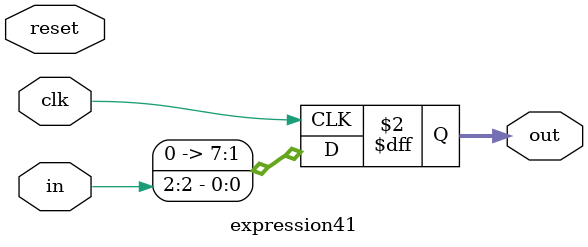
<source format=v>
module expression41
  #(parameter integer WIDTH = 8)
  (input wire             reset,
   input wire             clk,
   input wire [WIDTH-1:0] in,
   output reg [WIDTH-1:0] out);

   always @(posedge clk) out <= in[2];

endmodule

</source>
